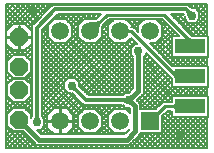
<source format=gbl>
G04 Layer_Physical_Order=2*
G04 Layer_Color=16711680*
%FSAX24Y24*%
%MOIN*%
G70*
G01*
G75*
%ADD10R,0.1000X0.0500*%
%ADD14C,0.0100*%
%ADD16C,0.0150*%
%ADD17C,0.0120*%
%ADD18P,0.0619X8X292.5*%
%ADD19C,0.0591*%
%ADD20R,0.0591X0.0591*%
%ADD21C,0.0300*%
%ADD22C,0.0079*%
G36*
X004441Y001790D02*
X004442Y001781D01*
X004445Y001772D01*
X004449Y001762D01*
X004454Y001752D01*
X004461Y001742D01*
X004469Y001731D01*
X004477Y001720D01*
X004499Y001698D01*
X004392Y001591D01*
X004381Y001603D01*
X004359Y001621D01*
X004348Y001629D01*
X004338Y001636D01*
X004328Y001641D01*
X004318Y001645D01*
X004309Y001648D01*
X004300Y001649D01*
X004291Y001650D01*
X004440Y001798D01*
X004441Y001790D01*
D02*
G37*
G36*
X004183Y001695D02*
X004174Y001704D01*
X004164Y001711D01*
X004154Y001718D01*
X004142Y001724D01*
X004131Y001729D01*
X004118Y001733D01*
X004105Y001736D01*
X004092Y001738D01*
X004077Y001740D01*
X004063Y001740D01*
Y001860D01*
X004077Y001860D01*
X004092Y001862D01*
X004105Y001864D01*
X004118Y001867D01*
X004131Y001871D01*
X004142Y001876D01*
X004154Y001882D01*
X004164Y001889D01*
X004174Y001896D01*
X004183Y001905D01*
Y001695D01*
D02*
G37*
G36*
X004499Y001902D02*
X004487Y001891D01*
X004469Y001869D01*
X004461Y001858D01*
X004454Y001848D01*
X004449Y001838D01*
X004445Y001828D01*
X004442Y001819D01*
X004441Y001810D01*
X004440Y001802D01*
X004291Y001950D01*
X004300Y001951D01*
X004309Y001952D01*
X004318Y001955D01*
X004328Y001959D01*
X004338Y001964D01*
X004348Y001971D01*
X004359Y001979D01*
X004370Y001987D01*
X004392Y002009D01*
X004499Y001902D01*
D02*
G37*
G36*
X005812Y001500D02*
X005811Y001509D01*
X005808Y001518D01*
X005803Y001525D01*
X005796Y001532D01*
X005787Y001538D01*
X005776Y001542D01*
X005763Y001546D01*
X005748Y001548D01*
X005730Y001549D01*
X005711Y001550D01*
Y001650D01*
X005730Y001650D01*
X005748Y001652D01*
X005763Y001655D01*
X005776Y001658D01*
X005787Y001663D01*
X005796Y001668D01*
X005803Y001674D01*
X005808Y001682D01*
X005811Y001690D01*
X005812Y001700D01*
Y001500D01*
D02*
G37*
G36*
X000900Y001064D02*
X000895Y001051D01*
X000895Y001036D01*
X000898Y001019D01*
X000905Y001001D01*
X000916Y000980D01*
X000930Y000958D01*
X000949Y000934D01*
X000971Y000909D01*
X000998Y000881D01*
X000892Y000775D01*
X000864Y000802D01*
X000815Y000843D01*
X000793Y000858D01*
X000772Y000868D01*
X000754Y000875D01*
X000737Y000878D01*
X000722Y000878D01*
X000709Y000873D01*
X000698Y000864D01*
X000909Y001075D01*
X000900Y001064D01*
D02*
G37*
G36*
X001281Y001273D02*
X001283Y001258D01*
X001285Y001245D01*
X001288Y001232D01*
X001292Y001219D01*
X001297Y001208D01*
X001303Y001196D01*
X001310Y001186D01*
X001317Y001176D01*
X001326Y001167D01*
X001116D01*
X001125Y001176D01*
X001132Y001186D01*
X001139Y001196D01*
X001145Y001208D01*
X001150Y001219D01*
X001154Y001232D01*
X001157Y001245D01*
X001159Y001258D01*
X001161Y001273D01*
X001161Y001287D01*
X001281D01*
X001281Y001273D01*
D02*
G37*
G36*
X005365Y001394D02*
X005345Y001373D01*
X005314Y001337D01*
X005302Y001320D01*
X005293Y001305D01*
X005288Y001292D01*
X005285Y001280D01*
X005285Y001269D01*
X005287Y001260D01*
X005293Y001253D01*
X005153Y001393D01*
X005160Y001387D01*
X005169Y001385D01*
X005180Y001385D01*
X005192Y001388D01*
X005205Y001393D01*
X005220Y001402D01*
X005237Y001414D01*
X005254Y001428D01*
X005294Y001465D01*
X005365Y001394D01*
D02*
G37*
G36*
X004287Y004171D02*
X004291Y004166D01*
X004295Y004162D01*
X004301Y004159D01*
X004307Y004156D01*
X004316Y004154D01*
X004325Y004152D01*
X004335Y004151D01*
X004347Y004150D01*
X004360Y004150D01*
Y004050D01*
X004347Y004050D01*
X004325Y004048D01*
X004316Y004046D01*
X004307Y004044D01*
X004301Y004041D01*
X004295Y004038D01*
X004291Y004034D01*
X004287Y004029D01*
X004285Y004024D01*
Y004176D01*
X004287Y004171D01*
D02*
G37*
G36*
X003366Y004396D02*
X003352Y004380D01*
X003340Y004361D01*
X003329Y004339D01*
X003320Y004314D01*
X003312Y004286D01*
X003306Y004255D01*
X003301Y004221D01*
X003296Y004145D01*
X003295Y004103D01*
X003003Y004395D01*
X003045Y004396D01*
X003121Y004401D01*
X003155Y004406D01*
X003186Y004412D01*
X003214Y004420D01*
X003239Y004429D01*
X003261Y004440D01*
X003280Y004452D01*
X003296Y004466D01*
X003366Y004396D01*
D02*
G37*
G36*
X006282Y004813D02*
X006294Y004804D01*
X006305Y004796D01*
X006316Y004789D01*
X006328Y004783D01*
X006340Y004778D01*
X006352Y004775D01*
X006364Y004772D01*
X006376Y004770D01*
X006388Y004770D01*
X006240Y004622D01*
X006240Y004634D01*
X006238Y004646D01*
X006235Y004658D01*
X006232Y004670D01*
X006227Y004682D01*
X006221Y004694D01*
X006214Y004705D01*
X006206Y004716D01*
X006197Y004728D01*
X006187Y004738D01*
X006272Y004823D01*
X006282Y004813D01*
D02*
G37*
G36*
X006288Y003906D02*
X006302Y003894D01*
X006316Y003883D01*
X006330Y003874D01*
X006344Y003866D01*
X006359Y003860D01*
X006373Y003855D01*
X006387Y003852D01*
X006401Y003850D01*
X006415Y003849D01*
X006132D01*
X006145Y003850D01*
X006155Y003852D01*
X006162Y003855D01*
X006166Y003860D01*
X006168Y003866D01*
X006166Y003874D01*
X006162Y003883D01*
X006155Y003894D01*
X006145Y003906D01*
X006132Y003920D01*
X006274D01*
X006288Y003906D01*
D02*
G37*
G36*
X002530Y002271D02*
X002532Y002259D01*
X002535Y002247D01*
X002538Y002235D01*
X002543Y002223D01*
X002549Y002211D01*
X002556Y002200D01*
X002564Y002189D01*
X002573Y002178D01*
X002583Y002167D01*
X002498Y002082D01*
X002488Y002092D01*
X002476Y002101D01*
X002465Y002109D01*
X002454Y002116D01*
X002442Y002122D01*
X002430Y002127D01*
X002418Y002131D01*
X002406Y002133D01*
X002394Y002135D01*
X002382Y002135D01*
X002530Y002284D01*
X002530Y002271D01*
D02*
G37*
G36*
X005812Y002507D02*
X005812Y002521D01*
X005810Y002535D01*
X005806Y002549D01*
X005801Y002563D01*
X005794Y002577D01*
X005787Y002592D01*
X005777Y002606D01*
X005766Y002620D01*
X005754Y002634D01*
X005740Y002649D01*
Y002790D01*
X005754Y002777D01*
X005766Y002767D01*
X005777Y002760D01*
X005787Y002756D01*
X005794Y002754D01*
X005801Y002756D01*
X005806Y002760D01*
X005810Y002767D01*
X005812Y002777D01*
X005812Y002790D01*
Y002507D01*
D02*
G37*
G36*
X004699Y003316D02*
X004694Y003309D01*
X004690Y003300D01*
X004686Y003291D01*
X004683Y003280D01*
X004680Y003268D01*
X004678Y003255D01*
X004676Y003241D01*
X004675Y003210D01*
X004525D01*
X004525Y003226D01*
X004522Y003255D01*
X004520Y003268D01*
X004518Y003280D01*
X004514Y003291D01*
X004510Y003300D01*
X004506Y003309D01*
X004501Y003316D01*
X004495Y003323D01*
X004705D01*
X004699Y003316D01*
D02*
G37*
D10*
X006310Y003600D02*
D03*
Y002600D02*
D03*
Y001600D02*
D03*
D14*
X000625Y003904D02*
Y004290D01*
Y003518D02*
Y003904D01*
X001011D01*
X000239D02*
X000625D01*
X002000Y001100D02*
X002395D01*
X002000D02*
Y001495D01*
Y000705D02*
Y001100D01*
X001605D02*
X002000D01*
X005500Y001600D02*
X006150D01*
X005000Y001100D02*
X005500Y001600D01*
X004000Y004100D02*
X004360D01*
X005860Y002600D02*
X006150D01*
X004360Y004100D02*
X005860Y002600D01*
X003000Y004100D02*
X003554Y004654D01*
X005469D01*
X006336Y003786D01*
X006150Y003600D02*
X006336Y003786D01*
D16*
X004290Y001800D02*
X004600Y002110D01*
Y003430D01*
X004490Y000760D02*
Y001600D01*
X004290Y001800D02*
X004490Y001600D01*
X000625Y001148D02*
X001283Y000490D01*
X004220D01*
X004490Y000760D01*
D17*
X002865Y001800D02*
X004290D01*
X002380Y002285D02*
X002865Y001800D01*
X001221Y001060D02*
Y004221D01*
X006180Y004830D02*
X006390Y004620D01*
X001221Y004221D02*
X001830Y004830D01*
X006180D01*
D18*
X000625Y001148D02*
D03*
Y002132D02*
D03*
Y002920D02*
D03*
Y003904D02*
D03*
D19*
X002000Y004100D02*
D03*
X003000D02*
D03*
X004000D02*
D03*
X005000D02*
D03*
X002000Y001100D02*
D03*
X003000D02*
D03*
X004000D02*
D03*
D20*
X005000D02*
D03*
D21*
X004600Y003430D02*
D03*
X001221Y001060D02*
D03*
X001060Y004820D02*
D03*
X005980Y000654D02*
D03*
X004290Y001800D02*
D03*
X002380Y002285D02*
D03*
X006390Y004620D02*
D03*
D22*
X006791Y004997D02*
X006897Y004891D01*
X006621Y004997D02*
X006897Y004721D01*
X006570Y004814D02*
X006752Y004997D01*
X006639Y004714D02*
X006897Y004972D01*
X006639Y004545D02*
X006897Y004802D01*
X006451Y004997D02*
X006897Y004551D01*
X006332Y004917D02*
X006413Y004997D01*
X006455Y004869D02*
X006582Y004997D01*
X006282Y004997D02*
X006409Y004869D01*
X006400D02*
X006515D01*
X006639Y004745D01*
X006339Y004910D02*
X006376Y004873D01*
X006639Y004639D02*
X006897Y004382D01*
X006897Y003949D02*
X006897Y004997D01*
X006306Y004041D02*
X006897Y004632D01*
X006626Y004482D02*
X006897Y004212D01*
X006553Y003949D02*
X006897Y004293D01*
X006391Y003957D02*
X006897Y004463D01*
X006639Y004495D02*
Y004745D01*
X006542Y004398D02*
X006897Y004042D01*
X006515Y004371D02*
X006639Y004495D01*
X006399Y004371D02*
X006820Y003949D01*
X006265Y004371D02*
X006515D01*
X006260Y004989D02*
X006339Y004910D01*
X006260Y004989D02*
X006339Y004910D01*
X006100Y004989D02*
X006260D01*
X006100D02*
X006260D01*
X006141Y004495D02*
Y004610D01*
X005966Y004380D02*
X006141Y004555D01*
X005796Y004550D02*
X005917Y004671D01*
X005881Y004465D02*
X006087Y004671D01*
X005712Y004635D02*
X005747Y004671D01*
X006100D02*
X006137Y004634D01*
X006099Y004671D02*
X006138Y004632D01*
X005676Y004671D02*
X006100D01*
X005759D02*
X006481Y003949D01*
X005929Y004671D02*
X006650Y003949D01*
X005676Y004671D02*
X006389Y003958D01*
X006141Y004495D02*
X006265Y004371D01*
X006221Y004126D02*
X006465Y004371D01*
X006136Y004211D02*
X006296Y004371D01*
X006051Y004296D02*
X006196Y004440D01*
X005394Y004504D02*
X005949Y003949D01*
X005247Y004504D02*
X005802Y003949D01*
X005395Y004187D02*
X005711Y003871D01*
X005135Y003549D02*
X005742Y004156D01*
X006723Y003949D02*
X006897Y004123D01*
X006909Y003251D02*
Y003949D01*
X006423D02*
X006897D01*
X006873Y003251D02*
X006909Y003287D01*
X006897Y002949D02*
X006897Y003251D01*
X006840D02*
X006897Y003194D01*
X005991Y003251D02*
X006293Y002949D01*
X006500Y003251D02*
X006802Y002949D01*
X005874Y003949D02*
X005912Y003987D01*
X006670Y003251D02*
X006897Y003024D01*
X006741Y002949D02*
X006897Y003105D01*
X006572Y002949D02*
X006873Y003251D01*
X006402Y002949D02*
X006703Y003251D01*
X006909Y002251D02*
Y002949D01*
X006331Y003251D02*
X006632Y002949D01*
X006891Y002251D02*
X006909Y002269D01*
X006822Y002251D02*
X006897Y002176D01*
X006652Y002251D02*
X006897Y002006D01*
X005893Y002949D02*
X006194Y003251D01*
X006062Y002949D02*
X006364Y003251D01*
X005822D02*
X006123Y002949D01*
X006232D02*
X006533Y003251D01*
X006161D02*
X006462Y002949D01*
X005711Y003949D02*
X005949D01*
X005395Y004017D02*
X005711Y003701D01*
X005220Y003464D02*
X005827Y004072D01*
X005367Y003875D02*
X005711Y003531D01*
Y003251D02*
X006897D01*
X005305Y003379D02*
X005711Y003786D01*
X005389Y003295D02*
X005711Y003616D01*
Y003251D02*
Y003949D01*
X005282Y003790D02*
X005711Y003362D01*
X005559Y003125D02*
X005711Y003276D01*
X005474Y003210D02*
X005711Y003446D01*
X005729Y002955D02*
X006024Y003251D01*
X005197Y003705D02*
X005953Y002949D01*
X005028Y003705D02*
X005784Y002949D01*
X005735D02*
X006897D01*
X005711Y002251D02*
X006897D01*
X005644Y003040D02*
X005855Y003251D01*
X004979Y003705D02*
X005735Y002949D01*
X004849Y003387D02*
X005704Y002532D01*
X004849Y003374D02*
X005710Y002513D01*
X005711Y002251D02*
Y002512D01*
X004799Y003255D02*
X005711Y002343D01*
X005215Y004477D02*
X005241Y004504D01*
X005299Y004393D02*
X005403Y004496D01*
X005197Y004495D02*
X005395Y004297D01*
X004803Y004495D02*
X005197D01*
X005384Y004308D02*
X005488Y004411D01*
X004605Y004297D02*
X004803Y004495D01*
X004738Y004504D02*
X004775Y004467D01*
X004568Y004504D02*
X004690Y004382D01*
X004398Y004504D02*
X004605Y004297D01*
X004375Y004317D02*
X004563Y004504D01*
X004395Y004249D02*
X004435D01*
X004375Y004317D02*
X004563Y004504D01*
X005395Y004148D02*
X005572Y004326D01*
X005395Y003903D02*
Y004297D01*
X004456Y004228D02*
X004732Y004504D01*
X004605Y004079D02*
Y004297D01*
X005395Y003979D02*
X005657Y004241D01*
X004435Y004249D02*
X004509Y004175D01*
X004371Y004249D02*
X004395D01*
Y004297D01*
X004371Y004249D02*
X004395D01*
X004435D02*
X004509Y004175D01*
X004395Y004249D02*
X004435D01*
X004205Y004487D02*
X004223Y004504D01*
X004290Y004402D02*
X004393Y004504D01*
X003628D02*
X005394D01*
X003803Y004495D02*
X004197D01*
X003720Y004504D02*
X003766Y004458D01*
X003589Y004465D02*
X003681Y004373D01*
X003214Y004671D02*
X003280Y004604D01*
X003198Y004522D02*
X003347Y004671D01*
X003162Y004510D02*
X003182Y004516D01*
X003138Y004505D02*
X003162Y004510D01*
X003111Y004502D02*
X003138Y004505D01*
X003422Y004298D02*
X003628Y004504D01*
X004229D02*
X004605Y004128D01*
X003400Y004190D02*
X003714Y004504D01*
X003605Y004297D02*
X003803Y004495D01*
X004197D02*
X004395Y004297D01*
X003504Y004380D02*
X003605Y004279D01*
X003421Y004294D02*
X003605Y004109D01*
Y003903D02*
Y004297D01*
X003410Y004262D02*
X003416Y004282D01*
X003405Y004238D02*
X003410Y004262D01*
X003402Y004211D02*
X003405Y004238D01*
X005197Y003705D02*
X005395Y003903D01*
X005050Y003634D02*
X005121Y003705D01*
X004979D02*
X005197D01*
X004849Y003305D02*
Y003387D01*
X004777Y003233D02*
X004849Y003305D01*
X004776Y003206D02*
X004777Y003233D01*
X004541Y004143D02*
X004605Y004208D01*
X004509Y004175D02*
X004605Y004079D01*
X004364Y003872D02*
X004557Y003679D01*
X004358Y003866D02*
X004544Y003679D01*
X004475D02*
X004557D01*
X004351Y003555D02*
X004475Y003679D01*
X004774Y002849D02*
X005081Y003155D01*
X004774Y002680D02*
X005165Y003071D01*
X004774Y003019D02*
X004996Y003240D01*
X004774Y002340D02*
X005335Y002901D01*
X004774Y002170D02*
X005420Y002816D01*
X004774Y002510D02*
X005250Y002986D01*
X004774Y003189D02*
X004911Y003325D01*
X004774Y002197D02*
Y003198D01*
X004426Y002197D02*
Y003199D01*
X004774Y002023D02*
Y002197D01*
Y002023D02*
Y002197D01*
X003605Y003903D02*
X003803Y003705D01*
X004197D02*
X004364Y003872D01*
X003395Y004015D02*
X003605Y004226D01*
X004273Y003781D02*
X004425Y003629D01*
X004179Y003705D02*
X004351Y003534D01*
X003803Y003705D02*
X004197D01*
X003397Y004142D02*
X003402Y004211D01*
X003397Y004148D02*
X003605Y003940D01*
X003397Y004102D02*
X003397Y004142D01*
X003395Y003903D02*
Y004093D01*
X003197Y003705D02*
X003395Y003903D01*
Y003981D02*
X004426Y002950D01*
X003349Y003857D02*
X004426Y002780D01*
X003264Y003772D02*
X004426Y002610D01*
X003840Y003705D02*
X004426Y003119D01*
X004278Y002049D02*
X004426Y002197D01*
X003161Y003705D02*
X004426Y002441D01*
X004351Y003305D02*
Y003555D01*
Y003305D02*
X004422Y003234D01*
X004009Y003705D02*
X004351Y003364D01*
X004303Y002064D02*
X004324Y002083D01*
X004165Y002049D02*
X004278D01*
X006590Y001949D02*
X006891Y002251D01*
X006897Y001949D02*
X006897Y002251D01*
X006420Y001949D02*
X006721Y002251D01*
X006482D02*
X006784Y001949D01*
X006759D02*
X006897Y002087D01*
X005711Y001949D02*
X006897D01*
X005973Y002251D02*
X006274Y001949D01*
X006081D02*
X006382Y002251D01*
X005911Y001949D02*
X006212Y002251D01*
X006250Y001949D02*
X006552Y002251D01*
X006313D02*
X006614Y001949D01*
X006143Y002251D02*
X006444Y001949D01*
X005803Y002251D02*
X006105Y001949D01*
X006909Y001251D02*
Y001949D01*
X005741D02*
X006043Y002251D01*
X005711Y001919D02*
X005741Y001949D01*
X005711Y001751D02*
Y001949D01*
X005541Y001749D02*
X005711Y001919D01*
X005425Y001749D02*
X005575D01*
X005700D01*
X005425D02*
X005575D01*
X005585Y001451D02*
X005711Y001325D01*
X005575Y001451D02*
X005700D01*
X004774Y002940D02*
X005765Y001949D01*
X004774Y002771D02*
X005711Y001834D01*
X004774Y003110D02*
X005935Y001949D01*
X004774Y002601D02*
X005626Y001749D01*
X004647Y001704D02*
X005590Y002646D01*
X004563Y001789D02*
X005505Y002731D01*
X004774Y002262D02*
X005356Y001680D01*
X004774Y002092D02*
X005271Y001595D01*
X004774Y002431D02*
X005456Y001749D01*
X005351Y001675D02*
X005425Y001749D01*
X005351Y001675D02*
X005425Y001749D01*
X004777Y001495D02*
X005711Y002428D01*
X004947Y001495D02*
X005711Y002258D01*
X004664Y001551D02*
X005675Y002561D01*
X005171Y001495D02*
X005351Y001675D01*
X005395Y001263D02*
X005582Y001451D01*
X005117Y001495D02*
X005873Y002251D01*
X004724Y001972D02*
X005186Y001510D01*
X004639Y001888D02*
X005032Y001495D01*
X004554Y001803D02*
X004862Y001495D01*
X005188Y001504D02*
X005225Y001539D01*
X004664Y001495D02*
X005171D01*
X006803Y001251D02*
X006897Y001157D01*
X006634Y001251D02*
X006897Y000988D01*
X005711Y001251D02*
X006897D01*
X006464D02*
X006897Y000818D01*
X006371Y000203D02*
X006897Y000729D01*
X006201Y000203D02*
X006897Y000899D01*
X005420Y001305D02*
X005438Y001324D01*
X005711Y001251D02*
Y001449D01*
X005395Y000705D02*
Y001271D01*
X006294Y001251D02*
X006897Y000648D01*
X006125Y001251D02*
X006897Y000479D01*
X005955Y001251D02*
X006897Y000309D01*
X006032Y000203D02*
X006897Y001068D01*
X006897Y000203D02*
X006897Y001251D01*
X005862Y000203D02*
X006897Y001238D01*
X006710Y000203D02*
X006897Y000390D01*
X006880Y000203D02*
X006897Y000220D01*
X006541Y000203D02*
X006897Y000559D01*
X005495Y001371D02*
X006663Y000203D01*
X005785Y001251D02*
X006833Y000203D01*
X005410Y001286D02*
X006493Y000203D01*
X005692Y000203D02*
X006740Y001251D01*
X005522Y000203D02*
X006570Y001251D01*
X005395Y001094D02*
X005711Y001410D01*
X005395Y000924D02*
X005721Y001251D01*
X005395Y001271D02*
X005575Y001451D01*
X005395Y000754D02*
X005891Y001251D01*
X005353Y000203D02*
X006400Y001251D01*
X005183Y000203D02*
X006230Y001251D01*
X005395Y001276D02*
X005420Y001305D01*
X005346Y000705D02*
X005395Y000754D01*
X004504Y000203D02*
X005006Y000705D01*
X004674Y000203D02*
X005176Y000705D01*
X004664D02*
X005395D01*
Y001132D02*
X006324Y000203D01*
X005395Y000962D02*
X006154Y000203D01*
X005013Y000203D02*
X006061Y001251D01*
X005312Y000705D02*
X005814Y000203D01*
X005395Y000793D02*
X005984Y000203D01*
X005143Y000705D02*
X005645Y000203D01*
X004844Y000203D02*
X005346Y000705D01*
X004973D02*
X005475Y000203D01*
X004803Y000705D02*
X005305Y000203D01*
X004664Y000674D02*
X005136Y000203D01*
X004580Y000589D02*
X004966Y000203D01*
X004687Y001936D02*
X004774Y002023D01*
X004687Y001936D02*
X004774Y002023D01*
X004552Y001800D02*
X004687Y001936D01*
X004577Y001774D02*
X004664Y001687D01*
X004577Y001774D02*
X004664Y001687D01*
X004552Y001800D02*
X004577Y001774D01*
X004078Y001962D02*
X004165Y002049D01*
X004055Y001960D02*
X004426Y002331D01*
X003884Y001959D02*
X004426Y002501D01*
X004548Y001806D02*
X004563Y001823D01*
X004165Y001551D02*
X004278D01*
X004078Y001638D02*
X004165Y001551D01*
X004664Y001513D02*
Y001687D01*
Y001513D02*
Y001687D01*
X004278Y001551D02*
X004316Y001513D01*
X004664Y001523D02*
X004693Y001495D01*
X004316Y001376D02*
Y001513D01*
X004197Y001495D02*
X004316Y001376D01*
X004038Y001641D02*
X004184Y001495D01*
X004099D02*
X004160Y001556D01*
X003929Y001495D02*
X004072Y001638D01*
X004296Y001542D02*
X004313Y001527D01*
X004233Y001459D02*
X004301Y001527D01*
X003375Y001959D02*
X004426Y003010D01*
X003545Y001959D02*
X004426Y002840D01*
X003206Y001959D02*
X004426Y003179D01*
X003803Y001495D02*
X004197D01*
X003868Y001641D02*
X004014Y001495D01*
X003715Y001959D02*
X004426Y002670D01*
X003309Y001383D02*
X003566Y001641D01*
X003359D02*
X003654Y001346D01*
X003224Y001468D02*
X003396Y001641D01*
X003698D02*
X003844Y001495D01*
X003528Y001641D02*
X003739Y001431D01*
X003393Y001299D02*
X003735Y001641D01*
X003395Y001130D02*
X003905Y001641D01*
X003189D02*
X003605Y001224D01*
Y001297D02*
X003803Y001495D01*
X003605Y000903D02*
Y001297D01*
X003395Y001096D02*
X003826Y000664D01*
X003197Y001495D02*
X003395Y001297D01*
Y000903D02*
Y001297D01*
X003165Y001495D02*
X003395Y001265D01*
Y000960D02*
X003605Y001171D01*
X003395Y001265D02*
X003605Y001055D01*
X004664Y000673D02*
Y000705D01*
Y000673D02*
Y000705D01*
X004577Y000586D02*
X004664Y000673D01*
X004577Y000586D02*
X004664Y000673D01*
X004394Y000403D02*
X004577Y000586D01*
X004307Y000316D02*
X004394Y000403D01*
X004174Y000705D02*
X004316Y000847D01*
X004133Y000664D02*
X004174Y000705D01*
X004117Y000664D02*
X004158Y000705D01*
X004124D02*
X004149Y000681D01*
X003955Y000705D02*
X003996Y000664D01*
X003947D02*
X003988Y000705D01*
X004411Y000419D02*
X004626Y000203D01*
X004495Y000504D02*
X004796Y000203D01*
X004335Y000203D02*
X004837Y000705D01*
X004307Y000316D02*
X004394Y000403D01*
X004326Y000334D02*
X004457Y000203D01*
X004133Y000316D02*
X004307D01*
X004005D02*
X004117Y000203D01*
X004165D02*
X004277Y000316D01*
X003995Y000203D02*
X004108Y000316D01*
X004175D02*
X004287Y000203D01*
X004133Y000316D02*
X004307D01*
X003605Y000903D02*
X003803Y000705D01*
X003438Y000664D02*
X003641Y000867D01*
X003395Y000926D02*
X003656Y000664D01*
X003803Y000705D02*
X004174D01*
X003777Y000664D02*
X003818Y000705D01*
X003608Y000664D02*
X003726Y000782D01*
X003268Y000664D02*
X003605Y001001D01*
X003321Y000829D02*
X003487Y000664D01*
X003197Y000705D02*
X003395Y000903D01*
X003237Y000745D02*
X003317Y000664D01*
X003099D02*
X003140Y000705D01*
X003496Y000316D02*
X003608Y000203D01*
X003656D02*
X003768Y000316D01*
X003486Y000203D02*
X003598Y000316D01*
X003825Y000203D02*
X003938Y000316D01*
X003835D02*
X003948Y000203D01*
X003666Y000316D02*
X003778Y000203D01*
X003147Y000203D02*
X003259Y000316D01*
X003156D02*
X003269Y000203D01*
X003106Y000705D02*
X003147Y000664D01*
X003326Y000316D02*
X003438Y000203D01*
X003316D02*
X003429Y000316D01*
X001910Y004989D02*
X006100D01*
X003028Y004497D02*
X003202Y004671D01*
X001910D02*
X003347D01*
X003044D02*
X003194Y004521D01*
X003042Y004497D02*
X003111Y004502D01*
X002874Y004671D02*
X003048Y004497D01*
X002705Y004671D02*
X002881Y004495D01*
X002856D02*
X003032Y004671D01*
X002177Y004495D02*
X002353Y004671D01*
X003002Y004497D02*
X003042Y004497D01*
X002803Y004495D02*
X002993D01*
X001883Y004644D02*
X002032Y004495D01*
X002535Y004671D02*
X002757Y004449D01*
X002395Y004203D02*
X002862Y004671D01*
X002357Y004335D02*
X002693Y004671D01*
X002365D02*
X002672Y004364D01*
X002605Y004297D02*
X002803Y004495D01*
X002196Y004671D02*
X002605Y004261D01*
X002272Y004420D02*
X002523Y004671D01*
X002026D02*
X002605Y004091D01*
X002007Y004495D02*
X002183Y004671D01*
X002605Y003903D02*
Y004297D01*
X002197Y004495D02*
X002395Y004297D01*
X001750Y004989D02*
X001910D01*
X001750D02*
X001910D01*
X000203Y004997D02*
X006897Y004997D01*
X001671Y004910D02*
X001750Y004989D01*
X001803Y004495D02*
X002197D01*
X001671Y004910D02*
X001750Y004989D01*
X001360Y004997D02*
X001559Y004798D01*
X001191Y004997D02*
X001474Y004713D01*
X001021Y004997D02*
X001389Y004628D01*
X001700Y004997D02*
X001729Y004968D01*
X001530Y004997D02*
X001644Y004883D01*
X001838Y004495D02*
X002014Y004671D01*
X001380Y004141D02*
X001910Y004671D01*
X001141Y004380D02*
X001671Y004910D01*
X001798Y004559D02*
X001862Y004495D01*
X001713Y004474D02*
X001748Y004440D01*
X001605Y004297D02*
X001803Y004495D01*
X001628Y004389D02*
X001663Y004355D01*
X000916Y004251D02*
X001661Y004997D01*
X000824Y004329D02*
X001491Y004997D01*
X001605Y003903D02*
Y004297D01*
X001543Y004304D02*
X001605Y004243D01*
X002605Y003903D02*
X002803Y003705D01*
X002605Y003921D02*
X002821Y003705D01*
X002423Y002535D02*
X003698Y003810D01*
X002803Y003705D02*
X003197D01*
X002549Y002490D02*
X003783Y003725D01*
X002549Y002490D02*
X003783Y003725D01*
X002395Y004033D02*
X002605Y004244D01*
X002395Y004132D02*
X002605Y003921D01*
X002395Y003903D02*
Y004297D01*
X002197Y003705D02*
X002395Y003903D01*
X002255Y002535D02*
X002505D01*
X002131Y002410D02*
X002255Y002535D01*
X002736Y002168D02*
X004402Y003834D01*
X002821Y002084D02*
X004487Y003749D01*
X002395Y003962D02*
X004293Y002064D01*
X002991Y003705D02*
X004426Y002271D01*
X002821Y003705D02*
X004378Y002149D01*
X002651Y002253D02*
X004103Y003705D01*
X002505Y002535D02*
X002629Y002410D01*
Y002401D02*
X003933Y003705D01*
X002131Y002161D02*
Y002410D01*
X002629Y002295D02*
Y002410D01*
X002255Y002036D02*
X002370D01*
X001605Y003903D02*
X001803Y003705D01*
X001605Y003903D02*
X001803Y003705D01*
X001380Y003528D02*
X001680Y003828D01*
X001803Y003705D02*
X002197D01*
X001380Y003358D02*
X001765Y003743D01*
X001380Y003189D02*
X001897Y003705D01*
X001459Y004220D02*
X001605Y004073D01*
X001380Y004037D02*
X001605Y004262D01*
X001380Y004128D02*
X001605Y003903D01*
X001380Y003698D02*
X001605Y003923D01*
X001380Y003868D02*
X001605Y004093D01*
X001380Y002680D02*
X002605Y003905D01*
X001380Y002510D02*
X002689Y003819D01*
X001380Y002849D02*
X002605Y004074D01*
X001380Y003619D02*
X002465Y002535D01*
X001380Y002171D02*
X002915Y003705D01*
X001380Y002340D02*
X002774Y003734D01*
X001380Y003449D02*
X002295Y002535D01*
X001380Y003280D02*
X002190Y002470D01*
X001380Y003019D02*
X002067Y003705D01*
X001380Y002940D02*
X002131Y002190D01*
X001380Y003110D02*
X002131Y002360D01*
X000851Y004997D02*
X001304Y004543D01*
X000681Y004997D02*
X001220Y004459D01*
X000654Y004329D02*
X001322Y004997D01*
X001062Y004301D02*
X001141Y004380D01*
X001062Y004301D02*
X001141Y004380D01*
X000484Y004329D02*
X001152Y004997D01*
X001062Y004141D02*
Y004301D01*
X000838Y004329D02*
X001050Y004117D01*
X000512Y004997D02*
X001135Y004374D01*
X001000Y004167D02*
X001062Y004228D01*
Y004141D02*
Y004301D01*
X001050Y003691D02*
Y004117D01*
X001010Y003650D02*
X001062Y003598D01*
X000925Y003566D02*
X001062Y003429D01*
X000818Y003305D02*
X001062Y003549D01*
X000840Y003481D02*
X001062Y003259D01*
X000672Y003479D02*
X001062Y003089D01*
X000838Y003479D02*
X001050Y003691D01*
X000648Y003305D02*
X000822Y003479D01*
X000502D02*
X000676Y003305D01*
X000203Y004557D02*
X000643Y004997D01*
X000342D02*
X001062Y004277D01*
X000203Y004218D02*
X000982Y004997D01*
X000203Y004796D02*
X000670Y004329D01*
X000413D02*
X000838D01*
X000203Y004388D02*
X000812Y004997D01*
X000203Y004897D02*
X000303Y004997D01*
X000203Y004626D02*
X000500Y004329D01*
X000203Y004727D02*
X000473Y004997D01*
X000203Y004287D02*
X000287Y004203D01*
X000203Y004457D02*
X000372Y004288D01*
X000203Y004120D02*
X000413Y004329D01*
X000203Y004966D02*
X001062Y004107D01*
X000413Y003479D02*
X000838D01*
X000478Y003305D02*
X000652Y003479D01*
X000203Y003608D02*
X000507Y003305D01*
X000203Y004120D02*
Y004997D01*
X000203Y003688D02*
X000413Y003479D01*
X000200Y003691D02*
Y004117D01*
X000203Y003369D02*
X000363Y003529D01*
X000203Y003539D02*
X000278Y003614D01*
X000987Y003135D02*
X001062Y003210D01*
X001010Y002989D02*
X001062Y003040D01*
X000903Y003220D02*
X001062Y003379D01*
X001010Y002819D02*
X001062Y002870D01*
X001010Y002801D02*
X001062Y002750D01*
X001010Y002971D02*
X001062Y002919D01*
X000818Y003305D02*
X001010Y003112D01*
Y002727D02*
Y003112D01*
X000818Y002534D02*
X001010Y002727D01*
X000963Y002679D02*
X001062Y002580D01*
X000539Y002518D02*
X000556Y002534D01*
X000433Y002518D02*
X000818D01*
X000878Y002594D02*
X001062Y002410D01*
X000933Y002402D02*
X001062Y002531D01*
X000848Y002487D02*
X001062Y002700D01*
X001010Y002140D02*
X001062Y002191D01*
X001010Y002122D02*
X001062Y002071D01*
X001010Y002310D02*
X001062Y002361D01*
X000709Y002518D02*
X000726Y002534D01*
X000768D02*
X000785Y002518D01*
X000598Y002534D02*
X000615Y002518D01*
X001010Y002292D02*
X001062Y002241D01*
X000818Y002518D02*
X001010Y002325D01*
X000433Y003305D02*
X000818D01*
X000203Y003438D02*
X000385Y003257D01*
X000203Y003200D02*
X000482Y003479D01*
X000203Y003269D02*
X000300Y003172D01*
X000240Y003112D02*
X000433Y003305D01*
X000203Y003099D02*
X000240Y003062D01*
X000203Y003030D02*
X000240Y003067D01*
Y002727D02*
Y003112D01*
X000203Y002929D02*
X000240Y002893D01*
X000203Y002691D02*
X000240Y002727D01*
X000203Y002860D02*
X000240Y002897D01*
Y002727D02*
X000433Y002534D01*
X000203Y002760D02*
X000445Y002518D01*
X000203Y002590D02*
X000354Y002439D01*
X000433Y002534D02*
X000818D01*
X000240Y002325D02*
X000433Y002518D01*
X000203Y002351D02*
X000410Y002557D01*
X000203Y002420D02*
X000269Y002354D01*
X000203Y002251D02*
X000240Y002214D01*
X000203Y002521D02*
X000325Y002642D01*
X000203Y002081D02*
X000240Y002044D01*
X000203Y002181D02*
X000240Y002218D01*
X002340Y003848D02*
X004152Y002036D01*
X002906Y001999D02*
X004351Y003444D01*
X002255Y003763D02*
X004057Y001961D01*
X002945Y001959D02*
X004051D01*
X003036D02*
X004366Y003290D01*
X002945Y001641D02*
X004051D01*
X002629Y002370D02*
X003040Y001959D01*
X002633Y002271D02*
X002945Y001959D01*
X002394Y002032D02*
X002706Y001720D01*
X002786Y001641D02*
X002945D01*
X002786D02*
X002945D01*
X002706Y001720D02*
X002786Y001641D01*
X002850D02*
X002996Y001495D01*
X002435Y001188D02*
X002887Y001641D01*
X002285Y002036D02*
X002826Y001495D01*
X003019Y001641D02*
X003165Y001495D01*
X003080D02*
X003226Y001641D01*
X002911Y001495D02*
X003057Y001641D01*
X002706Y001720D02*
X002786Y001641D01*
X002329Y001423D02*
X002667Y001760D01*
X002245Y001507D02*
X002582Y001845D01*
X002414Y001338D02*
X002751Y001675D01*
X002217Y001535D02*
X002435Y001317D01*
X001380Y003958D02*
X003379Y001959D01*
X001380Y001661D02*
X003613Y003895D01*
X001380Y001831D02*
X003605Y004056D01*
X001973Y003705D02*
X003719Y001959D01*
X002143Y003705D02*
X003889Y001959D01*
X001803Y003705D02*
X003549Y001959D01*
X002131Y002161D02*
X002255Y002036D01*
X001380Y002001D02*
X003085Y003705D01*
X001380Y003789D02*
X003210Y001959D01*
X001932Y001535D02*
X002412Y002014D01*
X001783Y001535D02*
X002217D01*
X001380Y002601D02*
X002645Y001337D01*
X001380Y002431D02*
X002605Y001206D01*
X001380Y002771D02*
X002729Y001421D01*
X002102Y001535D02*
X002497Y001929D01*
X001442Y001213D02*
X002264Y002036D01*
X001380Y001322D02*
X002175Y002116D01*
X001380Y001492D02*
X002131Y002242D01*
X001380Y001322D02*
X002175Y002116D01*
X001380Y002261D02*
X002107Y001535D01*
X001565Y001317D02*
X001783Y001535D01*
X001380Y002092D02*
X001937Y001535D01*
X002803Y001495D02*
X003197D01*
X002605Y001297D02*
X002803Y001495D01*
X002605Y000903D02*
X002803Y000705D01*
X002929Y000664D02*
X002970Y000705D01*
X002936D02*
X002977Y000664D01*
X002803Y000705D02*
X003197D01*
X002605Y000903D02*
Y001297D01*
X002435Y000883D02*
Y001317D01*
Y001207D02*
X002605Y001036D01*
X002435Y001019D02*
X002605Y001189D01*
X002759Y000664D02*
X002801Y000707D01*
X002420Y000664D02*
X002632Y000876D01*
X002977Y000203D02*
X003089Y000316D01*
X002987D02*
X003099Y000203D01*
X002435Y001037D02*
X002808Y000664D01*
X002807Y000203D02*
X002920Y000316D01*
X002817D02*
X002929Y000203D01*
X002647Y000316D02*
X002760Y000203D01*
X002589Y000664D02*
X002717Y000791D01*
X002637Y000203D02*
X002750Y000316D01*
X002427Y000875D02*
X002638Y000664D01*
X002478Y000316D02*
X002590Y000203D01*
X002468D02*
X002580Y000316D01*
X002217Y000665D02*
X002435Y000883D01*
X002250Y000664D02*
X002605Y001020D01*
X001783Y000665D02*
X002217D01*
X002342Y000790D02*
X002468Y000664D01*
X001370D02*
X004133D01*
X001565Y000883D02*
X001783Y000665D01*
X001565Y000888D02*
X001788Y000665D01*
X002257Y000705D02*
X002299Y000664D01*
X002308Y000316D02*
X002420Y000203D01*
X001370Y000316D02*
X004133D01*
X002138D02*
X002251Y000203D01*
X002298D02*
X002410Y000316D01*
X000203Y000203D02*
X006897Y000203D01*
X001799Y000316D02*
X001911Y000203D01*
X001959D02*
X002071Y000316D01*
X001789Y000203D02*
X001901Y000316D01*
X002128Y000203D02*
X002241Y000316D01*
X001968D02*
X002081Y000203D01*
X001010Y001952D02*
X001062Y001901D01*
X001380Y001922D02*
X001775Y001527D01*
X001010Y001970D02*
X001062Y002022D01*
X001380Y001752D02*
X001690Y001442D01*
X001380Y001583D02*
X001605Y001357D01*
X000932Y001861D02*
X001062Y001732D01*
X001010Y001940D02*
Y002325D01*
X000847Y001776D02*
X001062Y001562D01*
X000818Y001747D02*
X001010Y001940D01*
X000865Y001486D02*
X001062Y001682D01*
X000950Y001401D02*
X001062Y001512D01*
X000818Y001533D02*
X001010Y001341D01*
X001380Y001413D02*
X001565Y001228D01*
Y000883D02*
Y001317D01*
X001380Y001299D02*
Y004141D01*
X001470Y001073D02*
X001565Y001168D01*
X001470Y000935D02*
Y001185D01*
X001383Y001272D02*
X001470Y001185D01*
X001062Y001299D02*
Y004141D01*
X001010Y001292D02*
X001062Y001343D01*
X001010Y001223D02*
Y001341D01*
Y001223D02*
X001059Y001272D01*
X001010Y001274D02*
X001036Y001249D01*
X000433Y001747D02*
X000818D01*
X000743Y001533D02*
X001062Y001852D01*
X000203Y001911D02*
X000581Y001533D01*
X000537Y001747D02*
X000751Y001533D01*
X000573D02*
X000787Y001747D01*
X000433Y001533D02*
X000818D01*
X000240Y001940D02*
Y002325D01*
Y001940D02*
X000433Y001747D01*
X000203Y002012D02*
X000240Y002048D01*
X000203Y001672D02*
X000355Y001824D01*
X000203Y001842D02*
X000270Y001909D01*
X000707Y001747D02*
X001062Y001392D01*
X000203Y001333D02*
X000617Y001747D01*
X000203Y001503D02*
X000448Y001747D01*
X000203Y001572D02*
X000337Y001438D01*
X000240Y001341D02*
X000433Y001533D01*
X000203Y001741D02*
X000422Y001523D01*
X000203Y001402D02*
X000252Y001353D01*
X000240Y000955D02*
Y001341D01*
X000203Y000203D02*
X000203Y003688D01*
X000203Y001163D02*
X000240Y001200D01*
X000203Y001232D02*
X000240Y001196D01*
X001470Y000983D02*
X001565Y000888D01*
X001410Y000875D02*
X001620Y000664D01*
X001301Y000734D02*
X001565Y000998D01*
X001571Y000664D02*
X001677Y000771D01*
X001741Y000664D02*
X001762Y000686D01*
X001402Y000664D02*
X001593Y000855D01*
X001470Y001153D02*
X001565Y001058D01*
X001346Y000811D02*
X001470Y000935D01*
X001304Y000811D02*
X001450Y000664D01*
X001224Y000811D02*
X001346D01*
X001224D02*
X001370Y000664D01*
X001196Y000316D02*
X001370D01*
X001290D02*
X001402Y000203D01*
X001450D02*
X001562Y000316D01*
X001280Y000203D02*
X001392Y000316D01*
X001619Y000203D02*
X001732Y000316D01*
X001629D02*
X001741Y000203D01*
X001459Y000316D02*
X001572Y000203D01*
X001109Y000403D02*
X001196Y000316D01*
X001109Y000403D02*
X001196Y000316D01*
X000940Y000203D02*
X001124Y000387D01*
X001196Y000316D02*
X001370D01*
X001110Y000203D02*
X001223Y000316D01*
X000433Y000763D02*
X000749D01*
X001109Y000403D01*
X000203Y000484D02*
X000482Y000763D01*
X000754Y000762D02*
X000797Y000726D01*
X000822Y000702D01*
X000203Y000315D02*
X000651Y000763D01*
X000203Y000993D02*
X000240Y001030D01*
Y000955D02*
X000433Y000763D01*
X000203Y001063D02*
X000240Y001026D01*
X000203Y000654D02*
X000372Y000823D01*
X000203Y000824D02*
X000287Y000908D01*
X000503Y000763D02*
X001063Y000203D01*
X000673Y000763D02*
X001232Y000203D01*
X000203Y000893D02*
X000893Y000203D01*
X000601Y000203D02*
X000955Y000557D01*
X000771Y000203D02*
X001040Y000472D01*
X000431Y000203D02*
X000870Y000642D01*
X000262Y000203D02*
X000785Y000727D01*
X000262Y000203D02*
X000785Y000727D01*
X000203Y000723D02*
X000723Y000203D01*
X000203Y000384D02*
X000384Y000203D01*
X000203Y000553D02*
X000553Y000203D01*
M02*

</source>
